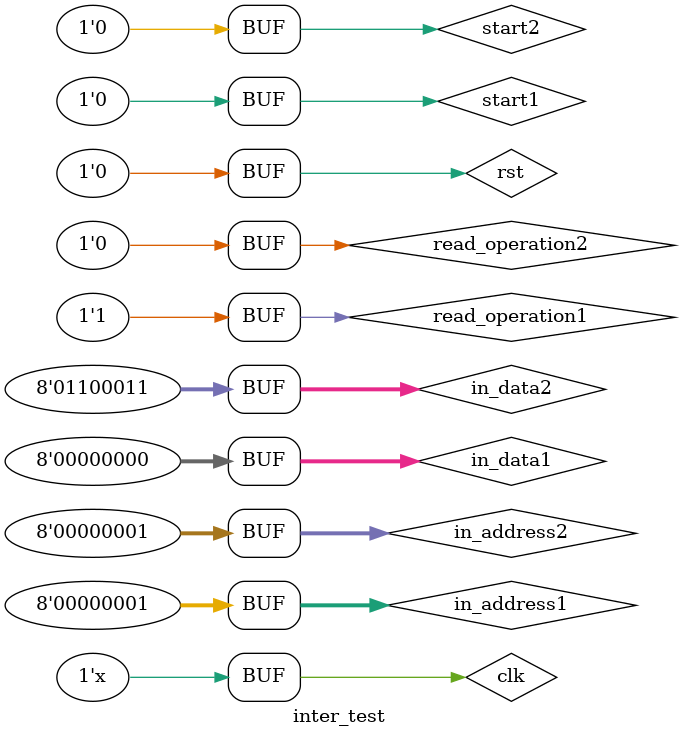
<source format=v>
`timescale 1ns / 1ps


module inter_test;

	// Inputs
	reg clk;
	reg rst;
	reg read_operation1, read_operation2;
	reg [7:0] in_address1;
	reg [7:0] in_address2;
	reg [7:0] in_data1;
	reg [7:0] in_data2;
	reg start1;
	reg start2;

	// Outputs
	wire [7:0] out_data1;
	wire [7:0] out_data2;
	wire hit1;
	wire hit2;
	// Instantiate the Unit Under Test (UUT)
	top_inter uut (
		.clk(clk), 
		.rst(rst), 
		.read_operation1(read_operation1), 
		.read_operation2(read_operation2), 
		.in_address1(in_address1), 
		.in_address2(in_address2), 
		.in_data1(in_data1), 
		.in_data2(in_data2), 
		.start1(start1), 
		.start2(start2), 
		.out_data1(out_data1), 
		.out_data2(out_data2), 
		.hit1(hit1), 
		.hit2(hit2)
	);
always #1 clk=~clk;
	initial begin
		// Initialize Inputs
		clk = 0;
		rst = 1;
		read_operation1=0;
		read_operation2=0;
		in_address1 = 0;
		in_address2 = 0;
		in_data1 = 0;
		in_data2 = 0;
		start1 = 0;
		start2 = 0;
		
		#9
		rst=0;
		
		
		#10												//Read miss
		rst=0;
		read_operation1 = 1;
		read_operation2 = 1;
		start1 = 1;
		start2 = 1;
		in_address1 = 1;
		in_address2 = 1;
		#2
		start1=0;
		start2=0;
		
		#20
		start1 = 1;
		start2 = 1;
		read_operation1 = 1;
		read_operation2 = 0;
		in_address1 = 4;
		in_address2 = 1;
		in_data2 = 99;
		#2
		start1 = 0;
		start2 = 0;
		
		#30
		start1 = 1;
		read_operation1 = 1;
		in_address1 = 1;
		#2
		start1 = 0;
		/*#20
		start1 = 1;
		read_operation1 = 1;
		in_address1 = 1;
		#2
		start1 = 0;*/
		/*#20
		start2 = 1;
		read_operation2 = 0;
		in_address2 = 1;
		in_data2 = 156;
		#2
		start2 = 0;	
		
		#40
		read_operation1 = 1;
		start1 = 1;
		in_address1 = 1;
		#2
		start1 = 0;*/
		// Wait 100 ns for global reset to finish
		#100;
        
		// Add stimulus here

	end
      
endmodule


</source>
